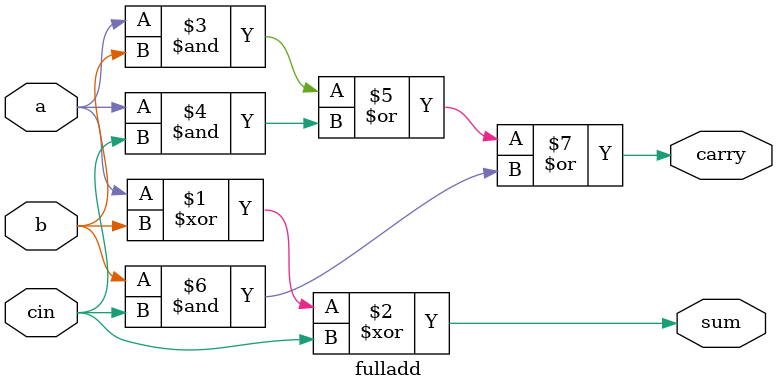
<source format=v>
`timescale 1ns / 1ps


module fulladd(
    input a,
    input b,
    input cin,
    output sum,
    output carry
    );
    assign #2 sum=a^b^cin;
    assign #5 carry=(a&b)|(a&cin)|(b&cin);
endmodule

</source>
